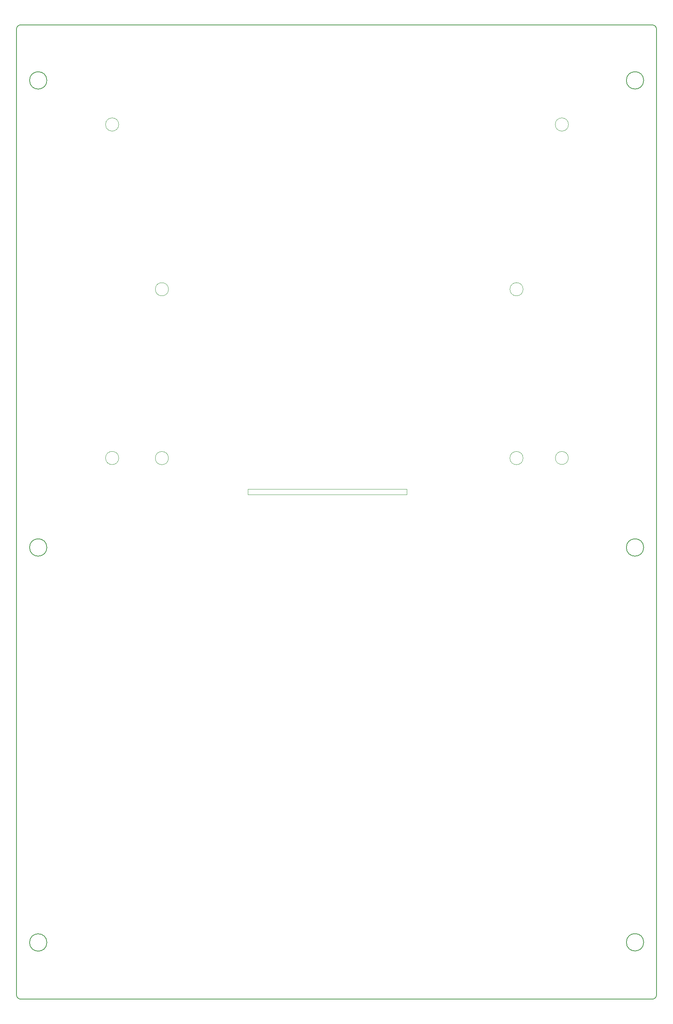
<source format=gm1>
G04 #@! TF.GenerationSoftware,KiCad,Pcbnew,(5.1.10)-1*
G04 #@! TF.CreationDate,2022-01-05T12:21:16+00:00*
G04 #@! TF.ProjectId,opena3xx-mcdu,6f70656e-6133-4787-982d-6d6364752e6b,0.1*
G04 #@! TF.SameCoordinates,Original*
G04 #@! TF.FileFunction,Profile,NP*
%FSLAX46Y46*%
G04 Gerber Fmt 4.6, Leading zero omitted, Abs format (unit mm)*
G04 Created by KiCad (PCBNEW (5.1.10)-1) date 2022-01-05 12:21:16*
%MOMM*%
%LPD*%
G01*
G04 APERTURE LIST*
G04 #@! TA.AperFunction,Profile*
%ADD10C,0.050000*%
G04 #@! TD*
G04 #@! TA.AperFunction,Profile*
%ADD11C,0.200000*%
G04 #@! TD*
G04 APERTURE END LIST*
D10*
X148336000Y-84099400D02*
G75*
G03*
X148336000Y-84099400I-1524000J0D01*
G01*
X66344800Y-84099400D02*
G75*
G03*
X66344800Y-84099400I-1524000J0D01*
G01*
X148336000Y-123088400D02*
G75*
G03*
X148336000Y-123088400I-1524000J0D01*
G01*
X66344800Y-123088400D02*
G75*
G03*
X66344800Y-123088400I-1524000J0D01*
G01*
D11*
X38216104Y-35862963D02*
G75*
G03*
X38216104Y-35862963I-2000000J0D01*
G01*
X32189054Y-248042938D02*
X178189053Y-248042938D01*
X176218373Y-143725977D02*
G75*
G03*
X176218373Y-143725977I-2000000J0D01*
G01*
X176218457Y-35854494D02*
G75*
G03*
X176218457Y-35854494I-2000000J0D01*
G01*
X31189054Y-24042939D02*
G75*
G02*
X32189054Y-23042939I1000000J0D01*
G01*
X38218457Y-234945484D02*
G75*
G03*
X38218457Y-234945484I-2000000J0D01*
G01*
X179189053Y-247042938D02*
X179189053Y-24042939D01*
X31189054Y-24042939D02*
X31189054Y-247042938D01*
X32189054Y-248042938D02*
G75*
G02*
X31189054Y-247042938I0J1000000D01*
G01*
X178189053Y-23042939D02*
G75*
G02*
X179189053Y-24042939I0J-1000000D01*
G01*
X178189053Y-23042939D02*
X32189054Y-23042939D01*
X38218389Y-143726029D02*
G75*
G03*
X38218389Y-143726029I-2000000J0D01*
G01*
X179189053Y-247042938D02*
G75*
G02*
X178189053Y-248042938I-1000000J0D01*
G01*
X176218467Y-234900316D02*
G75*
G03*
X176218467Y-234900316I-2000000J0D01*
G01*
D10*
X158801661Y-123063000D02*
G75*
G03*
X158801661Y-123063000I-1499461J0D01*
G01*
X54838600Y-123063000D02*
G75*
G03*
X54838600Y-123063000I-1524000J0D01*
G01*
X158826412Y-46050200D02*
G75*
G03*
X158826412Y-46050200I-1524212J0D01*
G01*
X54838812Y-46050200D02*
G75*
G03*
X54838812Y-46050200I-1524212J0D01*
G01*
X84683600Y-130225800D02*
X102793800Y-130225800D01*
X84683600Y-131521200D02*
X84683600Y-130225800D01*
X121462800Y-131521200D02*
X84683600Y-131521200D01*
X121462800Y-130225800D02*
X121462800Y-131521200D01*
X102793800Y-130225800D02*
X121462800Y-130225800D01*
M02*

</source>
